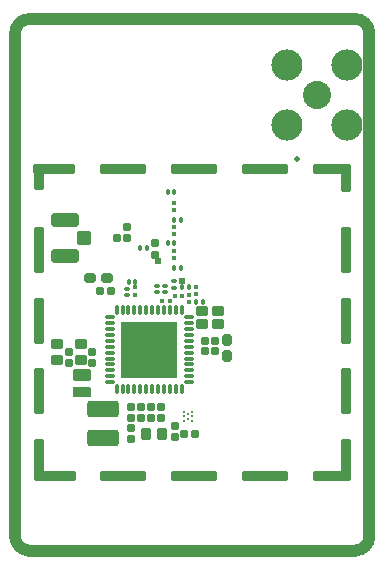
<source format=gts>
G04*
G04 #@! TF.GenerationSoftware,Altium Limited,Altium Designer,19.0.15 (446)*
G04*
G04 Layer_Color=8388736*
%FSLAX25Y25*%
%MOIN*%
G70*
G01*
G75*
%ADD45C,0.03937*%
G04:AMPARAMS|DCode=46|XSize=16.2mil|YSize=17.39mil|CornerRadius=5.17mil|HoleSize=0mil|Usage=FLASHONLY|Rotation=180.000|XOffset=0mil|YOffset=0mil|HoleType=Round|Shape=RoundedRectangle|*
%AMROUNDEDRECTD46*
21,1,0.01620,0.00704,0,0,180.0*
21,1,0.00586,0.01739,0,0,180.0*
1,1,0.01035,-0.00293,0.00352*
1,1,0.01035,0.00293,0.00352*
1,1,0.01035,0.00293,-0.00352*
1,1,0.01035,-0.00293,-0.00352*
%
%ADD46ROUNDEDRECTD46*%
G04:AMPARAMS|DCode=47|XSize=15.81mil|YSize=15.81mil|CornerRadius=2.59mil|HoleSize=0mil|Usage=FLASHONLY|Rotation=0.000|XOffset=0mil|YOffset=0mil|HoleType=Round|Shape=RoundedRectangle|*
%AMROUNDEDRECTD47*
21,1,0.01581,0.01063,0,0,0.0*
21,1,0.01063,0.01581,0,0,0.0*
1,1,0.00518,0.00532,-0.00532*
1,1,0.00518,-0.00532,-0.00532*
1,1,0.00518,-0.00532,0.00532*
1,1,0.00518,0.00532,0.00532*
%
%ADD47ROUNDEDRECTD47*%
G04:AMPARAMS|DCode=48|XSize=38.65mil|YSize=30.38mil|CornerRadius=3.32mil|HoleSize=0mil|Usage=FLASHONLY|Rotation=180.000|XOffset=0mil|YOffset=0mil|HoleType=Round|Shape=RoundedRectangle|*
%AMROUNDEDRECTD48*
21,1,0.03865,0.02374,0,0,180.0*
21,1,0.03201,0.03038,0,0,180.0*
1,1,0.00664,-0.01600,0.01187*
1,1,0.00664,0.01600,0.01187*
1,1,0.00664,0.01600,-0.01187*
1,1,0.00664,-0.01600,-0.01187*
%
%ADD48ROUNDEDRECTD48*%
G04:AMPARAMS|DCode=49|XSize=35.5mil|YSize=63.06mil|CornerRadius=5.94mil|HoleSize=0mil|Usage=FLASHONLY|Rotation=90.000|XOffset=0mil|YOffset=0mil|HoleType=Round|Shape=RoundedRectangle|*
%AMROUNDEDRECTD49*
21,1,0.03550,0.05118,0,0,90.0*
21,1,0.02362,0.06306,0,0,90.0*
1,1,0.01187,0.02559,0.01181*
1,1,0.01187,0.02559,-0.01181*
1,1,0.01187,-0.02559,-0.01181*
1,1,0.01187,-0.02559,0.01181*
%
%ADD49ROUNDEDRECTD49*%
G04:AMPARAMS|DCode=50|XSize=37.47mil|YSize=63.06mil|CornerRadius=6.18mil|HoleSize=0mil|Usage=FLASHONLY|Rotation=90.000|XOffset=0mil|YOffset=0mil|HoleType=Round|Shape=RoundedRectangle|*
%AMROUNDEDRECTD50*
21,1,0.03747,0.05069,0,0,90.0*
21,1,0.02510,0.06306,0,0,90.0*
1,1,0.01237,0.02534,0.01255*
1,1,0.01237,0.02534,-0.01255*
1,1,0.01237,-0.02534,-0.01255*
1,1,0.01237,-0.02534,0.01255*
%
%ADD50ROUNDEDRECTD50*%
G04:AMPARAMS|DCode=51|XSize=23.68mil|YSize=25.65mil|CornerRadius=3.97mil|HoleSize=0mil|Usage=FLASHONLY|Rotation=0.000|XOffset=0mil|YOffset=0mil|HoleType=Round|Shape=RoundedRectangle|*
%AMROUNDEDRECTD51*
21,1,0.02368,0.01772,0,0,0.0*
21,1,0.01575,0.02565,0,0,0.0*
1,1,0.00794,0.00787,-0.00886*
1,1,0.00794,-0.00787,-0.00886*
1,1,0.00794,-0.00787,0.00886*
1,1,0.00794,0.00787,0.00886*
%
%ADD51ROUNDEDRECTD51*%
G04:AMPARAMS|DCode=52|XSize=16.2mil|YSize=17.39mil|CornerRadius=5.17mil|HoleSize=0mil|Usage=FLASHONLY|Rotation=270.000|XOffset=0mil|YOffset=0mil|HoleType=Round|Shape=RoundedRectangle|*
%AMROUNDEDRECTD52*
21,1,0.01620,0.00704,0,0,270.0*
21,1,0.00586,0.01739,0,0,270.0*
1,1,0.01035,-0.00352,-0.00293*
1,1,0.01035,-0.00352,0.00293*
1,1,0.01035,0.00352,0.00293*
1,1,0.01035,0.00352,-0.00293*
%
%ADD52ROUNDEDRECTD52*%
G04:AMPARAMS|DCode=53|XSize=15.81mil|YSize=15.81mil|CornerRadius=2.59mil|HoleSize=0mil|Usage=FLASHONLY|Rotation=270.000|XOffset=0mil|YOffset=0mil|HoleType=Round|Shape=RoundedRectangle|*
%AMROUNDEDRECTD53*
21,1,0.01581,0.01063,0,0,270.0*
21,1,0.01063,0.01581,0,0,270.0*
1,1,0.00518,-0.00532,-0.00532*
1,1,0.00518,-0.00532,0.00532*
1,1,0.00518,0.00532,0.00532*
1,1,0.00518,0.00532,-0.00532*
%
%ADD53ROUNDEDRECTD53*%
G04:AMPARAMS|DCode=54|XSize=27.62mil|YSize=27.62mil|CornerRadius=4.36mil|HoleSize=0mil|Usage=FLASHONLY|Rotation=180.000|XOffset=0mil|YOffset=0mil|HoleType=Round|Shape=RoundedRectangle|*
%AMROUNDEDRECTD54*
21,1,0.02762,0.01890,0,0,180.0*
21,1,0.01890,0.02762,0,0,180.0*
1,1,0.00872,-0.00945,0.00945*
1,1,0.00872,0.00945,0.00945*
1,1,0.00872,0.00945,-0.00945*
1,1,0.00872,-0.00945,-0.00945*
%
%ADD54ROUNDEDRECTD54*%
G04:AMPARAMS|DCode=55|XSize=37.47mil|YSize=35.5mil|CornerRadius=5.94mil|HoleSize=0mil|Usage=FLASHONLY|Rotation=90.000|XOffset=0mil|YOffset=0mil|HoleType=Round|Shape=RoundedRectangle|*
%AMROUNDEDRECTD55*
21,1,0.03747,0.02362,0,0,90.0*
21,1,0.02559,0.03550,0,0,90.0*
1,1,0.01187,0.01181,0.01280*
1,1,0.01187,0.01181,-0.01280*
1,1,0.01187,-0.01181,-0.01280*
1,1,0.01187,-0.01181,0.01280*
%
%ADD55ROUNDEDRECTD55*%
G04:AMPARAMS|DCode=56|XSize=45.34mil|YSize=92.58mil|CornerRadius=6.13mil|HoleSize=0mil|Usage=FLASHONLY|Rotation=90.000|XOffset=0mil|YOffset=0mil|HoleType=Round|Shape=RoundedRectangle|*
%AMROUNDEDRECTD56*
21,1,0.04534,0.08032,0,0,90.0*
21,1,0.03307,0.09258,0,0,90.0*
1,1,0.01227,0.04016,0.01654*
1,1,0.01227,0.04016,-0.01654*
1,1,0.01227,-0.04016,-0.01654*
1,1,0.01227,-0.04016,0.01654*
%
%ADD56ROUNDEDRECTD56*%
G04:AMPARAMS|DCode=57|XSize=45.34mil|YSize=47.31mil|CornerRadius=6.13mil|HoleSize=0mil|Usage=FLASHONLY|Rotation=90.000|XOffset=0mil|YOffset=0mil|HoleType=Round|Shape=RoundedRectangle|*
%AMROUNDEDRECTD57*
21,1,0.04534,0.03504,0,0,90.0*
21,1,0.03307,0.04731,0,0,90.0*
1,1,0.01227,0.01752,0.01654*
1,1,0.01227,0.01752,-0.01654*
1,1,0.01227,-0.01752,-0.01654*
1,1,0.01227,-0.01752,0.01654*
%
%ADD57ROUNDEDRECTD57*%
G04:AMPARAMS|DCode=58|XSize=39.43mil|YSize=35.5mil|CornerRadius=5.15mil|HoleSize=0mil|Usage=FLASHONLY|Rotation=0.000|XOffset=0mil|YOffset=0mil|HoleType=Round|Shape=RoundedRectangle|*
%AMROUNDEDRECTD58*
21,1,0.03943,0.02520,0,0,0.0*
21,1,0.02913,0.03550,0,0,0.0*
1,1,0.01030,0.01457,-0.01260*
1,1,0.01030,-0.01457,-0.01260*
1,1,0.01030,-0.01457,0.01260*
1,1,0.01030,0.01457,0.01260*
%
%ADD58ROUNDEDRECTD58*%
%ADD59C,0.01227*%
%ADD60O,0.03347X0.01394*%
G04:AMPARAMS|DCode=61|XSize=33.47mil|YSize=153.54mil|CornerRadius=4.92mil|HoleSize=0mil|Usage=FLASHONLY|Rotation=180.000|XOffset=0mil|YOffset=0mil|HoleType=Round|Shape=RoundedRectangle|*
%AMROUNDEDRECTD61*
21,1,0.03347,0.14370,0,0,180.0*
21,1,0.02362,0.15354,0,0,180.0*
1,1,0.00984,-0.01181,0.07185*
1,1,0.00984,0.01181,0.07185*
1,1,0.00984,0.01181,-0.07185*
1,1,0.00984,-0.01181,-0.07185*
%
%ADD61ROUNDEDRECTD61*%
G04:AMPARAMS|DCode=62|XSize=33.47mil|YSize=153.54mil|CornerRadius=4.92mil|HoleSize=0mil|Usage=FLASHONLY|Rotation=270.000|XOffset=0mil|YOffset=0mil|HoleType=Round|Shape=RoundedRectangle|*
%AMROUNDEDRECTD62*
21,1,0.03347,0.14370,0,0,270.0*
21,1,0.02362,0.15354,0,0,270.0*
1,1,0.00984,-0.07185,-0.01181*
1,1,0.00984,-0.07185,0.01181*
1,1,0.00984,0.07185,0.01181*
1,1,0.00984,0.07185,-0.01181*
%
%ADD62ROUNDEDRECTD62*%
G04:AMPARAMS|DCode=63|XSize=33.47mil|YSize=86.61mil|CornerRadius=4.92mil|HoleSize=0mil|Usage=FLASHONLY|Rotation=180.000|XOffset=0mil|YOffset=0mil|HoleType=Round|Shape=RoundedRectangle|*
%AMROUNDEDRECTD63*
21,1,0.03347,0.07677,0,0,180.0*
21,1,0.02362,0.08661,0,0,180.0*
1,1,0.00984,-0.01181,0.03839*
1,1,0.00984,0.01181,0.03839*
1,1,0.00984,0.01181,-0.03839*
1,1,0.00984,-0.01181,-0.03839*
%
%ADD63ROUNDEDRECTD63*%
G04:AMPARAMS|DCode=64|XSize=33.47mil|YSize=136.81mil|CornerRadius=4.92mil|HoleSize=0mil|Usage=FLASHONLY|Rotation=270.000|XOffset=0mil|YOffset=0mil|HoleType=Round|Shape=RoundedRectangle|*
%AMROUNDEDRECTD64*
21,1,0.03347,0.12697,0,0,270.0*
21,1,0.02362,0.13681,0,0,270.0*
1,1,0.00984,-0.06348,-0.01181*
1,1,0.00984,-0.06348,0.01181*
1,1,0.00984,0.06348,0.01181*
1,1,0.00984,0.06348,-0.01181*
%
%ADD64ROUNDEDRECTD64*%
G04:AMPARAMS|DCode=65|XSize=33.47mil|YSize=126.97mil|CornerRadius=4.92mil|HoleSize=0mil|Usage=FLASHONLY|Rotation=270.000|XOffset=0mil|YOffset=0mil|HoleType=Round|Shape=RoundedRectangle|*
%AMROUNDEDRECTD65*
21,1,0.03347,0.11713,0,0,270.0*
21,1,0.02362,0.12697,0,0,270.0*
1,1,0.00984,-0.05856,-0.01181*
1,1,0.00984,-0.05856,0.01181*
1,1,0.00984,0.05856,0.01181*
1,1,0.00984,0.05856,-0.01181*
%
%ADD65ROUNDEDRECTD65*%
G04:AMPARAMS|DCode=66|XSize=33.47mil|YSize=94.49mil|CornerRadius=4.92mil|HoleSize=0mil|Usage=FLASHONLY|Rotation=180.000|XOffset=0mil|YOffset=0mil|HoleType=Round|Shape=RoundedRectangle|*
%AMROUNDEDRECTD66*
21,1,0.03347,0.08465,0,0,180.0*
21,1,0.02362,0.09449,0,0,180.0*
1,1,0.00984,-0.01181,0.04232*
1,1,0.00984,0.01181,0.04232*
1,1,0.00984,0.01181,-0.04232*
1,1,0.00984,-0.01181,-0.04232*
%
%ADD66ROUNDEDRECTD66*%
G04:AMPARAMS|DCode=67|XSize=33.47mil|YSize=125.98mil|CornerRadius=4.92mil|HoleSize=0mil|Usage=FLASHONLY|Rotation=270.000|XOffset=0mil|YOffset=0mil|HoleType=Round|Shape=RoundedRectangle|*
%AMROUNDEDRECTD67*
21,1,0.03347,0.11614,0,0,270.0*
21,1,0.02362,0.12598,0,0,270.0*
1,1,0.00984,-0.05807,-0.01181*
1,1,0.00984,-0.05807,0.01181*
1,1,0.00984,0.05807,0.01181*
1,1,0.00984,0.05807,-0.01181*
%
%ADD67ROUNDEDRECTD67*%
G04:AMPARAMS|DCode=68|XSize=33.47mil|YSize=137.8mil|CornerRadius=4.92mil|HoleSize=0mil|Usage=FLASHONLY|Rotation=180.000|XOffset=0mil|YOffset=0mil|HoleType=Round|Shape=RoundedRectangle|*
%AMROUNDEDRECTD68*
21,1,0.03347,0.12795,0,0,180.0*
21,1,0.02362,0.13780,0,0,180.0*
1,1,0.00984,-0.01181,0.06398*
1,1,0.00984,0.01181,0.06398*
1,1,0.00984,0.01181,-0.06398*
1,1,0.00984,-0.01181,-0.06398*
%
%ADD68ROUNDEDRECTD68*%
G04:AMPARAMS|DCode=69|XSize=33.47mil|YSize=137.8mil|CornerRadius=4.92mil|HoleSize=0mil|Usage=FLASHONLY|Rotation=270.000|XOffset=0mil|YOffset=0mil|HoleType=Round|Shape=RoundedRectangle|*
%AMROUNDEDRECTD69*
21,1,0.03347,0.12795,0,0,270.0*
21,1,0.02362,0.13780,0,0,270.0*
1,1,0.00984,-0.06398,-0.01181*
1,1,0.00984,-0.06398,0.01181*
1,1,0.00984,0.06398,0.01181*
1,1,0.00984,0.06398,-0.01181*
%
%ADD69ROUNDEDRECTD69*%
G04:AMPARAMS|DCode=70|XSize=104.39mil|YSize=55.18mil|CornerRadius=9.68mil|HoleSize=0mil|Usage=FLASHONLY|Rotation=0.000|XOffset=0mil|YOffset=0mil|HoleType=Round|Shape=RoundedRectangle|*
%AMROUNDEDRECTD70*
21,1,0.10439,0.03583,0,0,0.0*
21,1,0.08504,0.05518,0,0,0.0*
1,1,0.01935,0.04252,-0.01791*
1,1,0.01935,-0.04252,-0.01791*
1,1,0.01935,-0.04252,0.01791*
1,1,0.01935,0.04252,0.01791*
%
%ADD70ROUNDEDRECTD70*%
G04:AMPARAMS|DCode=71|XSize=31.56mil|YSize=37.47mil|CornerRadius=5.45mil|HoleSize=0mil|Usage=FLASHONLY|Rotation=90.000|XOffset=0mil|YOffset=0mil|HoleType=Round|Shape=RoundedRectangle|*
%AMROUNDEDRECTD71*
21,1,0.03156,0.02657,0,0,90.0*
21,1,0.02067,0.03747,0,0,90.0*
1,1,0.01089,0.01329,0.01034*
1,1,0.01089,0.01329,-0.01034*
1,1,0.01089,-0.01329,-0.01034*
1,1,0.01089,-0.01329,0.01034*
%
%ADD71ROUNDEDRECTD71*%
%ADD72R,0.18904X0.18904*%
%ADD73O,0.01384X0.03353*%
%ADD74O,0.03353X0.01384*%
G04:AMPARAMS|DCode=75|XSize=31.56mil|YSize=37.47mil|CornerRadius=5.45mil|HoleSize=0mil|Usage=FLASHONLY|Rotation=180.000|XOffset=0mil|YOffset=0mil|HoleType=Round|Shape=RoundedRectangle|*
%AMROUNDEDRECTD75*
21,1,0.03156,0.02657,0,0,180.0*
21,1,0.02067,0.03747,0,0,180.0*
1,1,0.01089,-0.01034,0.01329*
1,1,0.01089,0.01034,0.01329*
1,1,0.01089,0.01034,-0.01329*
1,1,0.01089,-0.01034,-0.01329*
%
%ADD75ROUNDEDRECTD75*%
G04:AMPARAMS|DCode=76|XSize=23.68mil|YSize=27.62mil|CornerRadius=3.97mil|HoleSize=0mil|Usage=FLASHONLY|Rotation=0.000|XOffset=0mil|YOffset=0mil|HoleType=Round|Shape=RoundedRectangle|*
%AMROUNDEDRECTD76*
21,1,0.02368,0.01968,0,0,0.0*
21,1,0.01575,0.02762,0,0,0.0*
1,1,0.00794,0.00787,-0.00984*
1,1,0.00794,-0.00787,-0.00984*
1,1,0.00794,-0.00787,0.00984*
1,1,0.00794,0.00787,0.00984*
%
%ADD76ROUNDEDRECTD76*%
G04:AMPARAMS|DCode=77|XSize=23.68mil|YSize=27.62mil|CornerRadius=3.97mil|HoleSize=0mil|Usage=FLASHONLY|Rotation=270.000|XOffset=0mil|YOffset=0mil|HoleType=Round|Shape=RoundedRectangle|*
%AMROUNDEDRECTD77*
21,1,0.02368,0.01968,0,0,270.0*
21,1,0.01575,0.02762,0,0,270.0*
1,1,0.00794,-0.00984,-0.00787*
1,1,0.00794,-0.00984,0.00787*
1,1,0.00794,0.00984,0.00787*
1,1,0.00794,0.00984,-0.00787*
%
%ADD77ROUNDEDRECTD77*%
G04:AMPARAMS|DCode=78|XSize=27.62mil|YSize=27.62mil|CornerRadius=4.36mil|HoleSize=0mil|Usage=FLASHONLY|Rotation=270.000|XOffset=0mil|YOffset=0mil|HoleType=Round|Shape=RoundedRectangle|*
%AMROUNDEDRECTD78*
21,1,0.02762,0.01890,0,0,270.0*
21,1,0.01890,0.02762,0,0,270.0*
1,1,0.00872,-0.00945,-0.00945*
1,1,0.00872,-0.00945,0.00945*
1,1,0.00872,0.00945,0.00945*
1,1,0.00872,0.00945,-0.00945*
%
%ADD78ROUNDEDRECTD78*%
G04:AMPARAMS|DCode=79|XSize=37.47mil|YSize=35.5mil|CornerRadius=5.94mil|HoleSize=0mil|Usage=FLASHONLY|Rotation=180.000|XOffset=0mil|YOffset=0mil|HoleType=Round|Shape=RoundedRectangle|*
%AMROUNDEDRECTD79*
21,1,0.03747,0.02362,0,0,180.0*
21,1,0.02559,0.03550,0,0,180.0*
1,1,0.01187,-0.01280,0.01181*
1,1,0.01187,0.01280,0.01181*
1,1,0.01187,0.01280,-0.01181*
1,1,0.01187,-0.01280,-0.01181*
%
%ADD79ROUNDEDRECTD79*%
%ADD80C,0.02000*%
%ADD81C,0.09400*%
%ADD82C,0.10400*%
%ADD83C,0.02400*%
D45*
X113386Y-0D02*
G03*
X118110Y4724I0J4724D01*
G01*
Y172441D02*
G03*
X113386Y177165I-4724J0D01*
G01*
X4724D02*
G03*
X-0Y172441I0J-4724D01*
G01*
Y4724D02*
G03*
X4724Y-0I4724J0D01*
G01*
X113386D01*
X118110Y4724D02*
Y172441D01*
X4724Y177165D02*
X113386D01*
X-0Y4724D02*
Y172441D01*
D46*
X50900Y119500D02*
D03*
X53065D02*
D03*
X53078Y110300D02*
D03*
X55243D02*
D03*
X50917Y102524D02*
D03*
X53083D02*
D03*
X55717Y87700D02*
D03*
X57883D02*
D03*
X40083Y89500D02*
D03*
X37917D02*
D03*
X55283Y94266D02*
D03*
X53117D02*
D03*
X41700Y101000D02*
D03*
X43865D02*
D03*
X60400Y83000D02*
D03*
X62565D02*
D03*
D47*
X53100Y115981D02*
D03*
Y113619D02*
D03*
Y107781D02*
D03*
Y105419D02*
D03*
Y99881D02*
D03*
Y97519D02*
D03*
X40100Y87681D02*
D03*
Y85319D02*
D03*
X60400Y85400D02*
D03*
Y87762D02*
D03*
X57900Y85081D02*
D03*
Y82719D02*
D03*
D48*
X13976Y63524D02*
D03*
Y68760D02*
D03*
D49*
X22433Y52756D02*
D03*
D50*
Y58661D02*
D03*
D51*
X46600Y98466D02*
D03*
Y102600D02*
D03*
D52*
X37205Y85138D02*
D03*
Y87303D02*
D03*
X53100Y89783D02*
D03*
Y87617D02*
D03*
X50000Y88283D02*
D03*
Y86117D02*
D03*
X47400Y88283D02*
D03*
Y86117D02*
D03*
D53*
X53219Y84900D02*
D03*
X55581D02*
D03*
X49119Y83300D02*
D03*
X51481D02*
D03*
D54*
X37402Y107874D02*
D03*
Y104331D02*
D03*
X17913Y66142D02*
D03*
Y62598D02*
D03*
X53150Y41339D02*
D03*
Y37795D02*
D03*
D55*
X43504Y38780D02*
D03*
X49016D02*
D03*
D56*
X16634Y98228D02*
D03*
Y110039D02*
D03*
D57*
X22933Y104134D02*
D03*
D58*
X62288Y79800D02*
D03*
X67800D02*
D03*
Y75469D02*
D03*
X62288D02*
D03*
D59*
X59047Y43110D02*
D03*
X56291D02*
D03*
X59047Y44685D02*
D03*
X57669Y43898D02*
D03*
X56291Y44685D02*
D03*
X59047Y46260D02*
D03*
X57669Y45472D02*
D03*
X56291Y46260D02*
D03*
D60*
X110214Y127144D02*
D03*
D03*
D03*
X7856D02*
D03*
D61*
X110256Y100256D02*
D03*
X7854D02*
D03*
Y76634D02*
D03*
Y53012D02*
D03*
X110256Y76634D02*
D03*
Y53012D02*
D03*
D62*
X83327Y127185D02*
D03*
X59705D02*
D03*
X36083D02*
D03*
X83327Y24783D02*
D03*
X59705D02*
D03*
X36083D02*
D03*
D63*
X7855Y124384D02*
D03*
D64*
X13055Y127084D02*
D03*
D65*
X105555Y127184D02*
D03*
D66*
X110255Y124084D02*
D03*
D67*
X105555Y24784D02*
D03*
D68*
X7855Y30084D02*
D03*
X110255D02*
D03*
D69*
X13155Y24784D02*
D03*
D70*
X29232Y47244D02*
D03*
Y37402D02*
D03*
D71*
X25000Y90945D02*
D03*
X30512D02*
D03*
D72*
X44685Y66929D02*
D03*
D73*
X55512Y53740D02*
D03*
X53543D02*
D03*
X51575D02*
D03*
X49606D02*
D03*
X47638D02*
D03*
X45669D02*
D03*
X43701D02*
D03*
X41732D02*
D03*
X39764D02*
D03*
X37795D02*
D03*
X35827D02*
D03*
X33858D02*
D03*
Y80118D02*
D03*
X35827D02*
D03*
X37795D02*
D03*
X39764D02*
D03*
X41732D02*
D03*
X43701D02*
D03*
X45669D02*
D03*
X47638D02*
D03*
X49606D02*
D03*
X51575D02*
D03*
X53543D02*
D03*
X55512D02*
D03*
D74*
X31496Y56102D02*
D03*
Y58071D02*
D03*
Y60039D02*
D03*
Y62008D02*
D03*
Y63976D02*
D03*
Y65945D02*
D03*
Y67913D02*
D03*
Y69882D02*
D03*
Y71850D02*
D03*
Y73819D02*
D03*
Y75787D02*
D03*
Y77756D02*
D03*
X57874D02*
D03*
Y75787D02*
D03*
Y73819D02*
D03*
Y71850D02*
D03*
Y69882D02*
D03*
Y67913D02*
D03*
Y65945D02*
D03*
Y63976D02*
D03*
Y62008D02*
D03*
Y60039D02*
D03*
Y58071D02*
D03*
Y56102D02*
D03*
D75*
X70600Y70312D02*
D03*
Y64800D02*
D03*
D76*
X66500Y66400D02*
D03*
Y69943D02*
D03*
X63200Y69900D02*
D03*
Y66357D02*
D03*
X38772Y44291D02*
D03*
Y47835D02*
D03*
X25780Y62598D02*
D03*
Y66142D02*
D03*
X38780Y40748D02*
D03*
Y37205D02*
D03*
X42028Y47835D02*
D03*
Y44291D02*
D03*
X48622Y47835D02*
D03*
Y44291D02*
D03*
X45472Y47835D02*
D03*
Y44291D02*
D03*
D77*
X28346Y86614D02*
D03*
X31890D02*
D03*
X56299Y38780D02*
D03*
X59842D02*
D03*
D78*
X33858Y104331D02*
D03*
X37402D02*
D03*
D79*
X21850Y68898D02*
D03*
Y63386D02*
D03*
D80*
X93878Y130453D02*
D03*
D81*
X100787Y151969D02*
D03*
D82*
X90787Y141969D02*
D03*
X110787D02*
D03*
X90787Y161969D02*
D03*
X110787D02*
D03*
D83*
X55700Y89700D02*
D03*
X47500Y96500D02*
D03*
M02*

</source>
